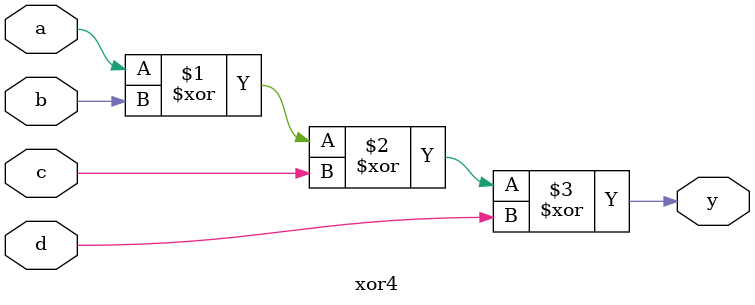
<source format=v>
module xor4 (output y, input a, input b, input c, input d);
  xor (y, a, b, c, d);
endmodule
</source>
